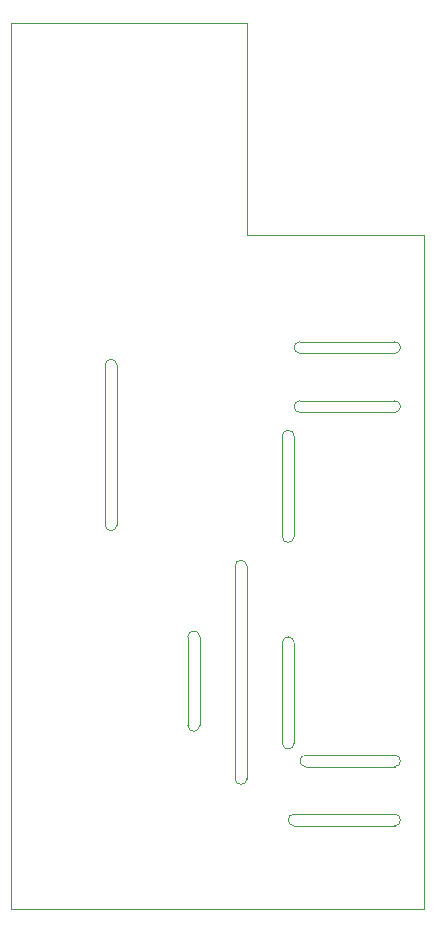
<source format=gm1>
G04 #@! TF.GenerationSoftware,KiCad,Pcbnew,(5.1.9)-1*
G04 #@! TF.CreationDate,2021-04-18T13:23:29+02:00*
G04 #@! TF.ProjectId,relay-box,72656c61-792d-4626-9f78-2e6b69636164,rev?*
G04 #@! TF.SameCoordinates,Original*
G04 #@! TF.FileFunction,Profile,NP*
%FSLAX46Y46*%
G04 Gerber Fmt 4.6, Leading zero omitted, Abs format (unit mm)*
G04 Created by KiCad (PCBNEW (5.1.9)-1) date 2021-04-18 13:23:29*
%MOMM*%
%LPD*%
G01*
G04 APERTURE LIST*
G04 #@! TA.AperFunction,Profile*
%ADD10C,0.050000*%
G04 #@! TD*
G04 APERTURE END LIST*
D10*
X74500000Y-108000000D02*
G75*
G02*
X74500000Y-107000000I0J500000D01*
G01*
X74500000Y-103000000D02*
G75*
G02*
X74500000Y-102000000I0J500000D01*
G01*
X82500000Y-107000000D02*
G75*
G02*
X82500000Y-108000000I0J-500000D01*
G01*
X82500000Y-102000000D02*
G75*
G02*
X82500000Y-103000000I0J-500000D01*
G01*
X75000000Y-138000000D02*
G75*
G02*
X75000000Y-137000000I0J500000D01*
G01*
X74000000Y-136000000D02*
G75*
G02*
X73000000Y-136000000I-500000J0D01*
G01*
X74000000Y-143000000D02*
G75*
G02*
X74000000Y-142000000I0J500000D01*
G01*
X82500000Y-137000000D02*
G75*
G02*
X82500000Y-138000000I0J-500000D01*
G01*
X82500000Y-142000000D02*
G75*
G02*
X82500000Y-143000000I0J-500000D01*
G01*
X82500000Y-143000000D02*
X74000000Y-143000000D01*
X74000000Y-142000000D02*
X82500000Y-142000000D01*
X82500000Y-138000000D02*
X75000000Y-138000000D01*
X75000000Y-137000000D02*
X82500000Y-137000000D01*
X82500000Y-108000000D02*
X74500000Y-108000000D01*
X74500000Y-107000000D02*
X82500000Y-107000000D01*
X82500000Y-103000000D02*
X74500000Y-103000000D01*
X74500000Y-102000000D02*
X82500000Y-102000000D01*
X58000000Y-104000000D02*
G75*
G02*
X59000000Y-104000000I500000J0D01*
G01*
X59000000Y-117500000D02*
G75*
G02*
X58000000Y-117500000I-500000J0D01*
G01*
X59000000Y-104000000D02*
X59000000Y-117500000D01*
X58000000Y-117500000D02*
X58000000Y-104000000D01*
X73000000Y-110000000D02*
G75*
G02*
X74000000Y-110000000I500000J0D01*
G01*
X74000000Y-118500000D02*
G75*
G02*
X73000000Y-118500000I-500000J0D01*
G01*
X74000000Y-110000000D02*
X74000000Y-118500000D01*
X73000000Y-118500000D02*
X73000000Y-110000000D01*
X65000000Y-127000000D02*
G75*
G02*
X66000000Y-127000000I500000J0D01*
G01*
X66000000Y-134500000D02*
G75*
G02*
X65000000Y-134500000I-500000J0D01*
G01*
X65000000Y-127000000D02*
X65000000Y-134500000D01*
X66000000Y-134500000D02*
X66000000Y-127000000D01*
X73000000Y-127500000D02*
G75*
G02*
X74000000Y-127500000I500000J0D01*
G01*
X74000000Y-136000000D02*
X74000000Y-127500000D01*
X73000000Y-136000000D02*
X73000000Y-127500000D01*
X70000000Y-139000000D02*
G75*
G02*
X69000000Y-139000000I-500000J0D01*
G01*
X69000000Y-121000000D02*
G75*
G02*
X70000000Y-121000000I500000J0D01*
G01*
X69000000Y-139000000D02*
X69000000Y-121000000D01*
X70000000Y-139000000D02*
X70000000Y-121000000D01*
X70000000Y-93000000D02*
X70000000Y-75000000D01*
X85000000Y-93000000D02*
X70000000Y-93000000D01*
X85000000Y-95000000D02*
X85000000Y-93000000D01*
X50000000Y-95000000D02*
X50000000Y-75000000D01*
X85000000Y-150000000D02*
X50000000Y-150000000D01*
X85000000Y-95000000D02*
X85000000Y-150000000D01*
X50000000Y-75000000D02*
X70000000Y-75000000D01*
X50000000Y-150000000D02*
X50000000Y-95000000D01*
M02*

</source>
